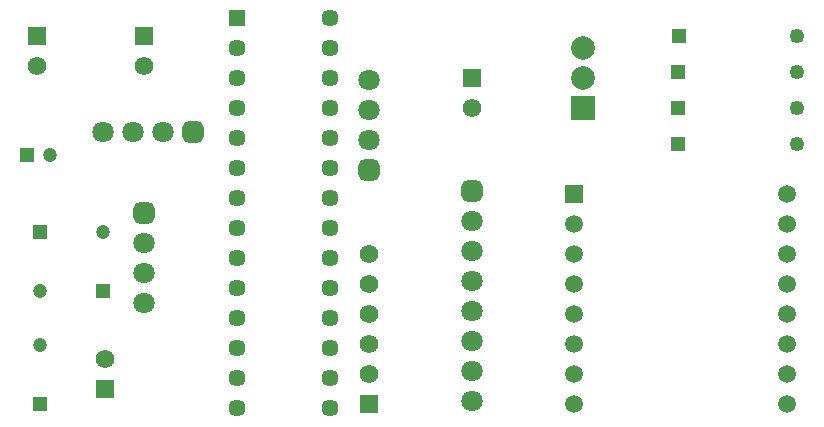
<source format=gbs>
G04*
G04 #@! TF.GenerationSoftware,Altium Limited,Altium Designer,25.2.1 (25)*
G04*
G04 Layer_Color=16711935*
%FSLAX25Y25*%
%MOIN*%
G70*
G04*
G04 #@! TF.SameCoordinates,F9EB4FB7-7235-4222-B540-9B3DE50980C4*
G04*
G04*
G04 #@! TF.FilePolarity,Negative*
G04*
G01*
G75*
%ADD15R,0.04921X0.04921*%
%ADD16C,0.04921*%
%ADD17R,0.05721X0.05721*%
%ADD18C,0.05721*%
%ADD19C,0.06181*%
%ADD20R,0.06181X0.06181*%
%ADD21C,0.07099*%
G04:AMPARAMS|DCode=22|XSize=70.99mil|YSize=70.99mil|CornerRadius=19.75mil|HoleSize=0mil|Usage=FLASHONLY|Rotation=270.000|XOffset=0mil|YOffset=0mil|HoleType=Round|Shape=RoundedRectangle|*
%AMROUNDEDRECTD22*
21,1,0.07099,0.03150,0,0,270.0*
21,1,0.03150,0.07099,0,0,270.0*
1,1,0.03950,-0.01575,-0.01575*
1,1,0.03950,-0.01575,0.01575*
1,1,0.03950,0.01575,0.01575*
1,1,0.03950,0.01575,-0.01575*
%
%ADD22ROUNDEDRECTD22*%
%ADD23C,0.05950*%
%ADD24R,0.05950X0.05950*%
%ADD25C,0.04724*%
%ADD26R,0.04724X0.04724*%
%ADD27R,0.04724X0.04724*%
%ADD28C,0.07887*%
%ADD29R,0.07887X0.07887*%
G04:AMPARAMS|DCode=30|XSize=70.99mil|YSize=70.99mil|CornerRadius=19.75mil|HoleSize=0mil|Usage=FLASHONLY|Rotation=180.000|XOffset=0mil|YOffset=0mil|HoleType=Round|Shape=RoundedRectangle|*
%AMROUNDEDRECTD30*
21,1,0.07099,0.03150,0,0,180.0*
21,1,0.03150,0.07099,0,0,180.0*
1,1,0.03950,-0.01575,0.01575*
1,1,0.03950,0.01575,0.01575*
1,1,0.03950,0.01575,-0.01575*
1,1,0.03950,-0.01575,-0.01575*
%
%ADD30ROUNDEDRECTD30*%
D15*
X228315Y96500D02*
D03*
Y108500D02*
D03*
Y120500D02*
D03*
X228500Y132500D02*
D03*
D16*
X267685Y96500D02*
D03*
Y108500D02*
D03*
Y120500D02*
D03*
X267870Y132500D02*
D03*
D17*
X81000Y138500D02*
D03*
D18*
Y128500D02*
D03*
Y118500D02*
D03*
Y108500D02*
D03*
Y98500D02*
D03*
Y88500D02*
D03*
Y78500D02*
D03*
Y68500D02*
D03*
Y58500D02*
D03*
Y48500D02*
D03*
Y38500D02*
D03*
Y28500D02*
D03*
Y18500D02*
D03*
Y8500D02*
D03*
X112000D02*
D03*
Y18500D02*
D03*
Y28500D02*
D03*
Y38500D02*
D03*
Y48500D02*
D03*
Y58500D02*
D03*
Y68500D02*
D03*
Y78500D02*
D03*
Y88500D02*
D03*
Y98500D02*
D03*
Y108500D02*
D03*
Y118500D02*
D03*
Y128500D02*
D03*
Y138500D02*
D03*
D19*
X159500Y108500D02*
D03*
X37000Y25000D02*
D03*
X14500Y122500D02*
D03*
X125000Y60000D02*
D03*
Y50000D02*
D03*
Y40000D02*
D03*
Y30000D02*
D03*
Y20000D02*
D03*
X50000Y122500D02*
D03*
D20*
X159500Y118500D02*
D03*
X37000Y15000D02*
D03*
X14500Y132500D02*
D03*
X125000Y10000D02*
D03*
X50000Y132500D02*
D03*
D21*
X159500Y31000D02*
D03*
Y51000D02*
D03*
Y71000D02*
D03*
Y61000D02*
D03*
Y41000D02*
D03*
Y21000D02*
D03*
Y11000D02*
D03*
X50000Y63500D02*
D03*
Y53500D02*
D03*
Y43500D02*
D03*
X56500Y100500D02*
D03*
X46500D02*
D03*
X36500D02*
D03*
X125000Y98000D02*
D03*
Y108000D02*
D03*
Y118000D02*
D03*
D22*
X159500Y81000D02*
D03*
X50000Y73500D02*
D03*
X125000Y88000D02*
D03*
D23*
X193500Y50000D02*
D03*
Y40000D02*
D03*
X264500Y50000D02*
D03*
Y40000D02*
D03*
X193500Y30000D02*
D03*
Y60000D02*
D03*
X264500D02*
D03*
Y30000D02*
D03*
X193500Y70000D02*
D03*
X264500D02*
D03*
X193500Y20000D02*
D03*
X264500D02*
D03*
Y80000D02*
D03*
X193500Y10000D02*
D03*
X264500D02*
D03*
D24*
X193500Y80000D02*
D03*
D25*
X15500Y47657D02*
D03*
X18937Y93000D02*
D03*
X36500Y67343D02*
D03*
X15500Y29685D02*
D03*
D26*
Y67343D02*
D03*
X36500Y47657D02*
D03*
X15500Y10000D02*
D03*
D27*
X11063Y93000D02*
D03*
D28*
X196500Y128500D02*
D03*
Y118500D02*
D03*
D29*
Y108500D02*
D03*
D30*
X66500Y100500D02*
D03*
M02*

</source>
